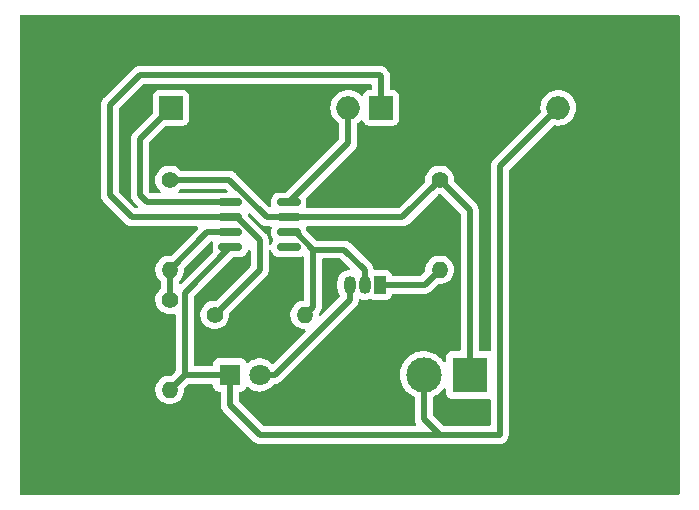
<source format=gbr>
%TF.GenerationSoftware,KiCad,Pcbnew,(6.0.4)*%
%TF.CreationDate,2022-06-10T14:34:12+05:30*%
%TF.ProjectId,saran batch,73617261-6e20-4626-9174-63682e6b6963,rev?*%
%TF.SameCoordinates,Original*%
%TF.FileFunction,Copper,L1,Top*%
%TF.FilePolarity,Positive*%
%FSLAX46Y46*%
G04 Gerber Fmt 4.6, Leading zero omitted, Abs format (unit mm)*
G04 Created by KiCad (PCBNEW (6.0.4)) date 2022-06-10 14:34:12*
%MOMM*%
%LPD*%
G01*
G04 APERTURE LIST*
G04 Aperture macros list*
%AMRoundRect*
0 Rectangle with rounded corners*
0 $1 Rounding radius*
0 $2 $3 $4 $5 $6 $7 $8 $9 X,Y pos of 4 corners*
0 Add a 4 corners polygon primitive as box body*
4,1,4,$2,$3,$4,$5,$6,$7,$8,$9,$2,$3,0*
0 Add four circle primitives for the rounded corners*
1,1,$1+$1,$2,$3*
1,1,$1+$1,$4,$5*
1,1,$1+$1,$6,$7*
1,1,$1+$1,$8,$9*
0 Add four rect primitives between the rounded corners*
20,1,$1+$1,$2,$3,$4,$5,0*
20,1,$1+$1,$4,$5,$6,$7,0*
20,1,$1+$1,$6,$7,$8,$9,0*
20,1,$1+$1,$8,$9,$2,$3,0*%
G04 Aperture macros list end*
%TA.AperFunction,SMDPad,CuDef*%
%ADD10RoundRect,0.150000X-0.825000X-0.150000X0.825000X-0.150000X0.825000X0.150000X-0.825000X0.150000X0*%
%TD*%
%TA.AperFunction,ComponentPad*%
%ADD11C,1.400000*%
%TD*%
%TA.AperFunction,ComponentPad*%
%ADD12O,1.400000X1.400000*%
%TD*%
%TA.AperFunction,ComponentPad*%
%ADD13R,1.050000X1.500000*%
%TD*%
%TA.AperFunction,ComponentPad*%
%ADD14O,1.050000X1.500000*%
%TD*%
%TA.AperFunction,ComponentPad*%
%ADD15R,3.000000X3.000000*%
%TD*%
%TA.AperFunction,ComponentPad*%
%ADD16C,3.000000*%
%TD*%
%TA.AperFunction,ComponentPad*%
%ADD17R,1.800000X1.800000*%
%TD*%
%TA.AperFunction,ComponentPad*%
%ADD18C,1.800000*%
%TD*%
%TA.AperFunction,ComponentPad*%
%ADD19R,2.000000X2.000000*%
%TD*%
%TA.AperFunction,ComponentPad*%
%ADD20O,2.000000X2.000000*%
%TD*%
%TA.AperFunction,Conductor*%
%ADD21C,0.500000*%
%TD*%
G04 APERTURE END LIST*
D10*
%TO.P,U1,1,NULL*%
%TO.N,Net-(C3-Pad1)*%
X134685000Y-89535000D03*
%TO.P,U1,2,-*%
%TO.N,Net-(C1-Pad2)*%
X134685000Y-90805000D03*
%TO.P,U1,3,+*%
%TO.N,Net-(C1-Pad1)*%
X134685000Y-92075000D03*
%TO.P,U1,4,V-*%
%TO.N,Net-(C2-Pad2)*%
X134685000Y-93345000D03*
%TO.P,U1,5,NULL*%
%TO.N,unconnected-(U1-Pad5)*%
X139635000Y-93345000D03*
%TO.P,U1,6*%
%TO.N,Net-(Q1-Pad2)*%
X139635000Y-92075000D03*
%TO.P,U1,7,V+*%
%TO.N,Net-(J1-Pad1)*%
X139635000Y-90805000D03*
%TO.P,U1,8,STRB*%
%TO.N,Net-(C3-Pad2)*%
X139635000Y-89535000D03*
%TD*%
D11*
%TO.P,R4,1*%
%TO.N,Net-(J1-Pad1)*%
X152400000Y-87630000D03*
D12*
%TO.P,R4,2*%
%TO.N,Net-(Q1-Pad1)*%
X152400000Y-95250000D03*
%TD*%
D11*
%TO.P,R3,1*%
%TO.N,Net-(C1-Pad2)*%
X133350000Y-99060000D03*
D12*
%TO.P,R3,2*%
%TO.N,Net-(Q1-Pad2)*%
X140970000Y-99060000D03*
%TD*%
D11*
%TO.P,R2,1*%
%TO.N,Net-(C1-Pad1)*%
X129540000Y-97790000D03*
D12*
%TO.P,R2,2*%
%TO.N,Net-(C2-Pad2)*%
X129540000Y-105410000D03*
%TD*%
D11*
%TO.P,R1,1*%
%TO.N,Net-(J1-Pad1)*%
X129540000Y-87630000D03*
D12*
%TO.P,R1,2*%
%TO.N,Net-(C1-Pad1)*%
X129540000Y-95250000D03*
%TD*%
D13*
%TO.P,Q1,1,C*%
%TO.N,Net-(Q1-Pad1)*%
X147320000Y-96520000D03*
D14*
%TO.P,Q1,2,B*%
%TO.N,Net-(Q1-Pad2)*%
X146050000Y-96520000D03*
%TO.P,Q1,3,E*%
%TO.N,Net-(D1-Pad2)*%
X144780000Y-96520000D03*
%TD*%
D15*
%TO.P,J1,1,Pin_1*%
%TO.N,Net-(J1-Pad1)*%
X154940000Y-104140000D03*
D16*
%TO.P,J1,2,Pin_2*%
%TO.N,Net-(C2-Pad2)*%
X151060000Y-104140000D03*
%TD*%
D17*
%TO.P,D1,1,K*%
%TO.N,Net-(C2-Pad2)*%
X134620000Y-104140000D03*
D18*
%TO.P,D1,2,A*%
%TO.N,Net-(D1-Pad2)*%
X137160000Y-104140000D03*
%TD*%
D19*
%TO.P,C3,1*%
%TO.N,Net-(C3-Pad1)*%
X129660000Y-81522500D03*
D20*
%TO.P,C3,2*%
%TO.N,Net-(C3-Pad2)*%
X144660000Y-81522500D03*
%TD*%
D19*
%TO.P,C2,1*%
%TO.N,Net-(C1-Pad2)*%
X147440000Y-81522500D03*
D20*
%TO.P,C2,2*%
%TO.N,Net-(C2-Pad2)*%
X162440000Y-81522500D03*
%TD*%
D21*
%TO.N,Net-(C2-Pad2)*%
X157480000Y-86482500D02*
X162440000Y-81522500D01*
X157480000Y-109220000D02*
X157480000Y-86482500D01*
X152400000Y-109220000D02*
X157480000Y-109220000D01*
%TO.N,Net-(C1-Pad2)*%
X147440000Y-78860000D02*
X147440000Y-81522500D01*
X127000000Y-78740000D02*
X147320000Y-78740000D01*
X124460000Y-81280000D02*
X127000000Y-78740000D01*
X124460000Y-88900000D02*
X124460000Y-81280000D01*
X126365000Y-90805000D02*
X124460000Y-88900000D01*
X147320000Y-78740000D02*
X147440000Y-78860000D01*
X134685000Y-90805000D02*
X126365000Y-90805000D01*
%TO.N,Net-(C3-Pad1)*%
X127635000Y-89535000D02*
X134685000Y-89535000D01*
X127000000Y-88900000D02*
X127635000Y-89535000D01*
X127000000Y-84182500D02*
X127000000Y-88900000D01*
X129660000Y-81522500D02*
X127000000Y-84182500D01*
%TO.N,Net-(C3-Pad2)*%
X144660000Y-84510000D02*
X144660000Y-81522500D01*
X139635000Y-89535000D02*
X144660000Y-84510000D01*
%TO.N,Net-(J1-Pad1)*%
X137777849Y-90805000D02*
X139635000Y-90805000D01*
X129540000Y-87630000D02*
X134602849Y-87630000D01*
X134602849Y-87630000D02*
X137777849Y-90805000D01*
%TO.N,Net-(C2-Pad2)*%
X130810000Y-97220000D02*
X134685000Y-93345000D01*
X130810000Y-104140000D02*
X130810000Y-97220000D01*
%TO.N,Net-(C1-Pad2)*%
X137160000Y-92727151D02*
X137160000Y-95250000D01*
X137160000Y-95250000D02*
X133350000Y-99060000D01*
X134685000Y-90805000D02*
X135237849Y-90805000D01*
X135237849Y-90805000D02*
X137160000Y-92727151D01*
%TO.N,Net-(J1-Pad1)*%
X139635000Y-90805000D02*
X149225000Y-90805000D01*
X149225000Y-90805000D02*
X152400000Y-87630000D01*
%TO.N,Net-(Q1-Pad1)*%
X151130000Y-96520000D02*
X152400000Y-95250000D01*
X147320000Y-96520000D02*
X151130000Y-96520000D01*
%TO.N,Net-(Q1-Pad2)*%
X144324520Y-93524520D02*
X146050000Y-95250000D01*
X141670000Y-93524520D02*
X144324520Y-93524520D01*
X146050000Y-95250000D02*
X146050000Y-96520000D01*
X140220480Y-92075000D02*
X139635000Y-92075000D01*
X141670000Y-93524520D02*
X140220480Y-92075000D01*
X141670000Y-98360000D02*
X141670000Y-93524520D01*
X140970000Y-99060000D02*
X141670000Y-98360000D01*
%TO.N,Net-(D1-Pad2)*%
X144780000Y-97792792D02*
X144780000Y-96520000D01*
X137160000Y-104140000D02*
X138432792Y-104140000D01*
X138432792Y-104140000D02*
X144780000Y-97792792D01*
%TO.N,Net-(C1-Pad1)*%
X132715000Y-92075000D02*
X134685000Y-92075000D01*
X129540000Y-95250000D02*
X132715000Y-92075000D01*
X129540000Y-97790000D02*
X129540000Y-95250000D01*
%TO.N,Net-(C2-Pad2)*%
X130810000Y-104140000D02*
X129540000Y-105410000D01*
X134620000Y-104140000D02*
X130810000Y-104140000D01*
X134620000Y-106680000D02*
X134620000Y-104140000D01*
X137160000Y-109220000D02*
X134620000Y-106680000D01*
X152400000Y-109220000D02*
X137160000Y-109220000D01*
X151060000Y-107880000D02*
X152400000Y-109220000D01*
X151060000Y-104140000D02*
X151060000Y-107880000D01*
%TO.N,Net-(J1-Pad1)*%
X152400000Y-87630000D02*
X154940000Y-90170000D01*
X154940000Y-90170000D02*
X154940000Y-104140000D01*
%TD*%
%TA.AperFunction,NonConductor*%
G36*
X134304599Y-88408502D02*
G01*
X134325573Y-88425405D01*
X134411573Y-88511405D01*
X134445599Y-88573717D01*
X134440534Y-88644532D01*
X134397987Y-88701368D01*
X134331467Y-88726179D01*
X134322478Y-88726500D01*
X133793498Y-88726500D01*
X133791050Y-88726693D01*
X133791042Y-88726693D01*
X133762579Y-88728933D01*
X133762574Y-88728934D01*
X133756169Y-88729438D01*
X133749993Y-88731232D01*
X133749989Y-88731233D01*
X133611398Y-88771497D01*
X133576246Y-88776500D01*
X130406364Y-88776500D01*
X130338243Y-88756498D01*
X130291750Y-88702842D01*
X130281646Y-88632568D01*
X130311140Y-88567988D01*
X130319870Y-88559395D01*
X130319776Y-88559301D01*
X130453672Y-88425405D01*
X130515984Y-88391379D01*
X130542767Y-88388500D01*
X134236478Y-88388500D01*
X134304599Y-88408502D01*
G37*
%TD.AperFunction*%
%TA.AperFunction,NonConductor*%
G36*
X146623621Y-79518502D02*
G01*
X146670114Y-79572158D01*
X146681500Y-79624500D01*
X146681500Y-79888000D01*
X146661498Y-79956121D01*
X146607842Y-80002614D01*
X146555500Y-80014000D01*
X146391866Y-80014000D01*
X146329684Y-80020755D01*
X146193295Y-80071885D01*
X146076739Y-80159239D01*
X145989385Y-80275795D01*
X145986233Y-80284203D01*
X145986232Y-80284205D01*
X145939008Y-80410175D01*
X145896367Y-80466940D01*
X145829805Y-80491640D01*
X145760456Y-80476433D01*
X145732437Y-80455420D01*
X145729969Y-80452531D01*
X145549416Y-80298324D01*
X145545208Y-80295745D01*
X145545202Y-80295741D01*
X145351183Y-80176846D01*
X145346963Y-80174260D01*
X145342393Y-80172367D01*
X145342389Y-80172365D01*
X145132167Y-80085289D01*
X145132165Y-80085288D01*
X145127594Y-80083395D01*
X145047391Y-80064140D01*
X144901524Y-80029120D01*
X144901518Y-80029119D01*
X144896711Y-80027965D01*
X144660000Y-80009335D01*
X144423289Y-80027965D01*
X144418482Y-80029119D01*
X144418476Y-80029120D01*
X144272609Y-80064140D01*
X144192406Y-80083395D01*
X144187835Y-80085288D01*
X144187833Y-80085289D01*
X143977611Y-80172365D01*
X143977607Y-80172367D01*
X143973037Y-80174260D01*
X143968817Y-80176846D01*
X143774798Y-80295741D01*
X143774792Y-80295745D01*
X143770584Y-80298324D01*
X143590031Y-80452531D01*
X143435824Y-80633084D01*
X143433245Y-80637292D01*
X143433241Y-80637298D01*
X143381647Y-80721492D01*
X143311760Y-80835537D01*
X143309867Y-80840107D01*
X143309865Y-80840111D01*
X143232528Y-81026821D01*
X143220895Y-81054906D01*
X143219740Y-81059718D01*
X143183153Y-81212115D01*
X143165465Y-81285789D01*
X143146835Y-81522500D01*
X143165465Y-81759211D01*
X143220895Y-81990094D01*
X143311760Y-82209463D01*
X143314346Y-82213683D01*
X143433241Y-82407702D01*
X143433245Y-82407708D01*
X143435824Y-82411916D01*
X143590031Y-82592469D01*
X143770584Y-82746676D01*
X143841336Y-82790033D01*
X143888967Y-82842681D01*
X143901500Y-82897465D01*
X143901500Y-84143629D01*
X143881498Y-84211750D01*
X143864595Y-84232724D01*
X139407724Y-88689595D01*
X139345412Y-88723621D01*
X139318629Y-88726500D01*
X138743498Y-88726500D01*
X138741050Y-88726693D01*
X138741042Y-88726693D01*
X138712579Y-88728933D01*
X138712574Y-88728934D01*
X138706169Y-88729438D01*
X138613027Y-88756498D01*
X138554012Y-88773643D01*
X138554010Y-88773644D01*
X138546399Y-88775855D01*
X138539572Y-88779892D01*
X138539573Y-88779892D01*
X138410020Y-88856509D01*
X138410017Y-88856511D01*
X138403193Y-88860547D01*
X138285547Y-88978193D01*
X138281511Y-88985017D01*
X138281509Y-88985020D01*
X138217893Y-89092589D01*
X138200855Y-89121399D01*
X138198644Y-89129010D01*
X138198643Y-89129012D01*
X138189118Y-89161799D01*
X138154438Y-89281169D01*
X138153934Y-89287574D01*
X138153933Y-89287579D01*
X138152577Y-89304812D01*
X138151500Y-89318498D01*
X138151500Y-89751502D01*
X138151693Y-89753950D01*
X138151693Y-89753958D01*
X138152578Y-89765195D01*
X138154115Y-89784727D01*
X138154438Y-89788831D01*
X138153676Y-89788891D01*
X138146768Y-89854497D01*
X138102341Y-89909876D01*
X138035027Y-89932444D01*
X137966197Y-89915036D01*
X137941159Y-89895629D01*
X135186619Y-87141089D01*
X135174233Y-87126677D01*
X135165700Y-87115082D01*
X135165695Y-87115077D01*
X135161357Y-87109182D01*
X135155779Y-87104443D01*
X135155776Y-87104440D01*
X135121081Y-87074965D01*
X135113565Y-87068035D01*
X135107870Y-87062340D01*
X135101729Y-87057482D01*
X135085598Y-87044719D01*
X135082194Y-87041928D01*
X135032146Y-86999409D01*
X135032144Y-86999408D01*
X135026564Y-86994667D01*
X135020048Y-86991339D01*
X135014999Y-86987972D01*
X135009870Y-86984805D01*
X135004133Y-86980266D01*
X134937974Y-86949345D01*
X134934074Y-86947439D01*
X134869041Y-86914231D01*
X134861933Y-86912492D01*
X134856290Y-86910393D01*
X134850527Y-86908476D01*
X134843899Y-86905378D01*
X134772432Y-86890513D01*
X134768148Y-86889543D01*
X134697239Y-86872192D01*
X134691637Y-86871844D01*
X134691634Y-86871844D01*
X134686085Y-86871500D01*
X134686087Y-86871464D01*
X134682094Y-86871225D01*
X134677902Y-86870851D01*
X134670734Y-86869360D01*
X134604524Y-86871151D01*
X134593328Y-86871454D01*
X134589921Y-86871500D01*
X130542767Y-86871500D01*
X130474646Y-86851498D01*
X130453672Y-86834595D01*
X130319776Y-86700699D01*
X130146558Y-86579411D01*
X130141580Y-86577090D01*
X130141577Y-86577088D01*
X129959892Y-86492367D01*
X129959891Y-86492366D01*
X129954910Y-86490044D01*
X129949602Y-86488622D01*
X129949600Y-86488621D01*
X129755970Y-86436738D01*
X129755968Y-86436738D01*
X129750655Y-86435314D01*
X129540000Y-86416884D01*
X129329345Y-86435314D01*
X129324032Y-86436738D01*
X129324030Y-86436738D01*
X129130400Y-86488621D01*
X129130398Y-86488622D01*
X129125090Y-86490044D01*
X129120109Y-86492366D01*
X129120108Y-86492367D01*
X128938423Y-86577088D01*
X128938420Y-86577090D01*
X128933442Y-86579411D01*
X128760224Y-86700699D01*
X128610699Y-86850224D01*
X128489411Y-87023442D01*
X128487090Y-87028420D01*
X128487088Y-87028423D01*
X128437696Y-87134345D01*
X128400044Y-87215090D01*
X128345314Y-87419345D01*
X128326884Y-87630000D01*
X128345314Y-87840655D01*
X128400044Y-88044910D01*
X128489411Y-88236558D01*
X128610699Y-88409776D01*
X128760224Y-88559301D01*
X128758991Y-88560534D01*
X128793957Y-88613099D01*
X128795077Y-88684086D01*
X128757641Y-88744411D01*
X128693533Y-88774919D01*
X128673636Y-88776500D01*
X128001371Y-88776500D01*
X127933250Y-88756498D01*
X127912276Y-88739595D01*
X127795405Y-88622724D01*
X127761379Y-88560412D01*
X127758500Y-88533629D01*
X127758500Y-84548871D01*
X127778502Y-84480750D01*
X127795405Y-84459776D01*
X129187276Y-83067905D01*
X129249588Y-83033879D01*
X129276371Y-83031000D01*
X130708134Y-83031000D01*
X130770316Y-83024245D01*
X130906705Y-82973115D01*
X131023261Y-82885761D01*
X131110615Y-82769205D01*
X131161745Y-82632816D01*
X131168500Y-82570634D01*
X131168500Y-80474366D01*
X131161745Y-80412184D01*
X131110615Y-80275795D01*
X131023261Y-80159239D01*
X130906705Y-80071885D01*
X130770316Y-80020755D01*
X130708134Y-80014000D01*
X128611866Y-80014000D01*
X128549684Y-80020755D01*
X128413295Y-80071885D01*
X128296739Y-80159239D01*
X128209385Y-80275795D01*
X128158255Y-80412184D01*
X128151500Y-80474366D01*
X128151500Y-81906129D01*
X128131498Y-81974250D01*
X128114595Y-81995224D01*
X126511089Y-83598730D01*
X126496677Y-83611116D01*
X126485082Y-83619649D01*
X126485077Y-83619654D01*
X126479182Y-83623992D01*
X126474443Y-83629570D01*
X126474440Y-83629573D01*
X126444965Y-83664268D01*
X126438035Y-83671784D01*
X126432340Y-83677479D01*
X126430060Y-83680361D01*
X126414719Y-83699751D01*
X126411928Y-83703155D01*
X126369409Y-83753203D01*
X126364667Y-83758785D01*
X126361339Y-83765301D01*
X126357972Y-83770350D01*
X126354805Y-83775479D01*
X126350266Y-83781216D01*
X126319345Y-83847375D01*
X126317442Y-83851269D01*
X126284231Y-83916308D01*
X126282492Y-83923416D01*
X126280393Y-83929059D01*
X126278476Y-83934822D01*
X126275378Y-83941450D01*
X126273888Y-83948612D01*
X126273888Y-83948613D01*
X126260514Y-84012912D01*
X126259544Y-84017196D01*
X126242192Y-84088110D01*
X126241500Y-84099264D01*
X126241464Y-84099262D01*
X126241225Y-84103255D01*
X126240851Y-84107447D01*
X126239360Y-84114615D01*
X126239558Y-84121932D01*
X126241454Y-84192021D01*
X126241500Y-84195428D01*
X126241500Y-88832930D01*
X126240067Y-88851880D01*
X126238749Y-88860547D01*
X126236801Y-88873349D01*
X126237394Y-88880641D01*
X126237394Y-88880644D01*
X126241085Y-88926018D01*
X126241500Y-88936233D01*
X126241500Y-88944293D01*
X126241925Y-88947937D01*
X126244789Y-88972507D01*
X126245222Y-88976882D01*
X126251140Y-89049637D01*
X126253396Y-89056601D01*
X126254587Y-89062560D01*
X126255971Y-89068415D01*
X126256818Y-89075681D01*
X126281735Y-89144327D01*
X126283152Y-89148455D01*
X126305649Y-89217899D01*
X126309445Y-89224154D01*
X126311951Y-89229628D01*
X126314670Y-89235058D01*
X126317167Y-89241937D01*
X126321180Y-89248057D01*
X126321180Y-89248058D01*
X126357186Y-89302976D01*
X126359523Y-89306680D01*
X126397405Y-89369107D01*
X126401121Y-89373315D01*
X126401122Y-89373316D01*
X126404803Y-89377484D01*
X126404776Y-89377508D01*
X126407429Y-89380500D01*
X126410132Y-89383733D01*
X126414144Y-89389852D01*
X126419456Y-89394884D01*
X126470383Y-89443128D01*
X126472825Y-89445506D01*
X126858724Y-89831405D01*
X126892750Y-89893717D01*
X126887685Y-89964532D01*
X126845138Y-90021368D01*
X126778618Y-90046179D01*
X126769629Y-90046500D01*
X126731371Y-90046500D01*
X126663250Y-90026498D01*
X126642276Y-90009595D01*
X125255405Y-88622724D01*
X125221379Y-88560412D01*
X125218500Y-88533629D01*
X125218500Y-81646371D01*
X125238502Y-81578250D01*
X125255405Y-81557276D01*
X127277276Y-79535405D01*
X127339588Y-79501379D01*
X127366371Y-79498500D01*
X146555500Y-79498500D01*
X146623621Y-79518502D01*
G37*
%TD.AperFunction*%
%TA.AperFunction,NonConductor*%
G36*
X136368351Y-90470180D02*
G01*
X136382654Y-90482486D01*
X137194079Y-91293911D01*
X137206465Y-91308323D01*
X137214998Y-91319918D01*
X137215003Y-91319923D01*
X137219341Y-91325818D01*
X137224919Y-91330557D01*
X137224922Y-91330560D01*
X137259617Y-91360035D01*
X137267133Y-91366965D01*
X137272828Y-91372660D01*
X137275710Y-91374940D01*
X137295100Y-91390281D01*
X137298504Y-91393072D01*
X137348552Y-91435591D01*
X137354134Y-91440333D01*
X137360650Y-91443661D01*
X137365699Y-91447028D01*
X137370828Y-91450195D01*
X137376565Y-91454734D01*
X137442724Y-91485655D01*
X137446618Y-91487558D01*
X137511657Y-91520769D01*
X137518765Y-91522508D01*
X137524408Y-91524607D01*
X137530171Y-91526524D01*
X137536799Y-91529622D01*
X137543961Y-91531112D01*
X137543962Y-91531112D01*
X137608261Y-91544486D01*
X137612545Y-91545456D01*
X137683459Y-91562808D01*
X137689061Y-91563156D01*
X137689064Y-91563156D01*
X137694613Y-91563500D01*
X137694611Y-91563536D01*
X137698604Y-91563775D01*
X137702796Y-91564149D01*
X137709964Y-91565640D01*
X137787369Y-91563546D01*
X137790777Y-91563500D01*
X138061481Y-91563500D01*
X138129602Y-91583502D01*
X138176095Y-91637158D01*
X138186199Y-91707432D01*
X138182478Y-91724652D01*
X138156233Y-91814989D01*
X138154438Y-91821169D01*
X138151500Y-91858498D01*
X138151500Y-92291502D01*
X138151693Y-92293950D01*
X138151693Y-92293958D01*
X138153779Y-92320456D01*
X138154438Y-92328831D01*
X138200855Y-92488601D01*
X138285547Y-92631807D01*
X138288229Y-92634489D01*
X138313502Y-92698861D01*
X138299600Y-92768484D01*
X138289428Y-92784312D01*
X138285547Y-92788193D01*
X138200855Y-92931399D01*
X138198644Y-92939010D01*
X138198643Y-92939012D01*
X138165497Y-93053103D01*
X138127284Y-93112938D01*
X138062788Y-93142616D01*
X137992486Y-93132713D01*
X137938697Y-93086373D01*
X137918500Y-93017950D01*
X137918500Y-92794221D01*
X137919933Y-92775271D01*
X137922099Y-92761036D01*
X137922099Y-92761032D01*
X137923199Y-92753802D01*
X137918915Y-92701133D01*
X137918500Y-92690918D01*
X137918500Y-92682858D01*
X137915211Y-92654644D01*
X137914778Y-92650269D01*
X137909454Y-92584812D01*
X137909453Y-92584809D01*
X137908860Y-92577514D01*
X137906604Y-92570550D01*
X137905413Y-92564591D01*
X137904029Y-92558736D01*
X137903182Y-92551470D01*
X137878265Y-92482824D01*
X137876848Y-92478696D01*
X137856607Y-92416215D01*
X137856606Y-92416213D01*
X137854351Y-92409252D01*
X137850555Y-92402997D01*
X137848049Y-92397523D01*
X137845330Y-92392093D01*
X137842833Y-92385214D01*
X137809916Y-92335008D01*
X137802814Y-92324175D01*
X137800467Y-92320456D01*
X137762595Y-92258044D01*
X137755197Y-92249667D01*
X137755224Y-92249643D01*
X137752571Y-92246651D01*
X137749868Y-92243418D01*
X137745856Y-92237299D01*
X137689617Y-92184023D01*
X137687175Y-92181645D01*
X136205405Y-90699875D01*
X136171379Y-90637563D01*
X136168500Y-90610780D01*
X136168500Y-90588498D01*
X136168307Y-90586040D01*
X136168306Y-90586026D01*
X136167947Y-90581461D01*
X136182546Y-90511981D01*
X136232391Y-90461424D01*
X136301656Y-90445841D01*
X136368351Y-90470180D01*
G37*
%TD.AperFunction*%
%TA.AperFunction,NonConductor*%
G36*
X133179602Y-92853502D02*
G01*
X133226095Y-92907158D01*
X133236199Y-92977432D01*
X133232478Y-92994652D01*
X133215497Y-93053103D01*
X133204438Y-93091169D01*
X133203934Y-93097574D01*
X133203933Y-93097579D01*
X133201693Y-93126042D01*
X133201500Y-93128498D01*
X133201500Y-93561502D01*
X133201693Y-93563950D01*
X133201693Y-93563958D01*
X133202725Y-93577062D01*
X133204438Y-93598831D01*
X133206231Y-93605003D01*
X133206232Y-93605008D01*
X133218329Y-93646644D01*
X133218126Y-93717640D01*
X133186427Y-93770892D01*
X130513595Y-96443724D01*
X130451283Y-96477750D01*
X130380468Y-96472685D01*
X130323632Y-96430138D01*
X130298821Y-96363618D01*
X130298500Y-96354629D01*
X130298500Y-96252767D01*
X130318502Y-96184646D01*
X130335405Y-96163672D01*
X130469301Y-96029776D01*
X130590589Y-95856558D01*
X130601216Y-95833770D01*
X130677633Y-95669892D01*
X130677634Y-95669891D01*
X130679956Y-95664910D01*
X130701321Y-95585177D01*
X130733262Y-95465970D01*
X130733262Y-95465968D01*
X130734686Y-95460655D01*
X130753116Y-95250000D01*
X130752232Y-95239891D01*
X130746939Y-95179392D01*
X130760929Y-95109787D01*
X130783365Y-95079316D01*
X132992276Y-92870405D01*
X133054588Y-92836379D01*
X133081371Y-92833500D01*
X133111481Y-92833500D01*
X133179602Y-92853502D01*
G37*
%TD.AperFunction*%
%TA.AperFunction,NonConductor*%
G36*
X144026270Y-94303022D02*
G01*
X144047244Y-94319925D01*
X144777247Y-95049928D01*
X144811273Y-95112240D01*
X144806208Y-95183055D01*
X144763661Y-95239891D01*
X144699573Y-95264503D01*
X144635204Y-95270362D01*
X144591543Y-95274335D01*
X144591540Y-95274336D01*
X144585404Y-95274894D01*
X144579498Y-95276632D01*
X144579494Y-95276633D01*
X144464181Y-95310572D01*
X144390971Y-95332119D01*
X144385514Y-95334972D01*
X144385511Y-95334973D01*
X144301163Y-95379069D01*
X144211355Y-95426019D01*
X144053399Y-95553019D01*
X143923119Y-95708281D01*
X143920155Y-95713673D01*
X143920152Y-95713677D01*
X143865631Y-95812851D01*
X143825477Y-95885891D01*
X143764193Y-96079084D01*
X143746500Y-96236817D01*
X143746500Y-96796004D01*
X143761277Y-96946713D01*
X143819858Y-97140742D01*
X143915010Y-97319698D01*
X143918906Y-97324475D01*
X143962276Y-97377651D01*
X143989831Y-97443083D01*
X143977636Y-97513024D01*
X143953729Y-97546383D01*
X142394857Y-99105254D01*
X142332545Y-99139280D01*
X142261729Y-99134215D01*
X142204894Y-99091668D01*
X142180241Y-99027140D01*
X142178098Y-99002637D01*
X142177200Y-98992378D01*
X142191190Y-98922773D01*
X142206697Y-98899817D01*
X142225036Y-98878231D01*
X142231965Y-98870716D01*
X142237660Y-98865021D01*
X142255281Y-98842749D01*
X142258072Y-98839345D01*
X142300591Y-98789297D01*
X142300592Y-98789295D01*
X142305333Y-98783715D01*
X142308661Y-98777199D01*
X142312020Y-98772162D01*
X142315194Y-98767023D01*
X142319734Y-98761284D01*
X142350636Y-98695163D01*
X142352569Y-98691209D01*
X142376119Y-98645090D01*
X142385769Y-98626192D01*
X142387510Y-98619076D01*
X142389604Y-98613446D01*
X142391523Y-98607679D01*
X142394621Y-98601050D01*
X142409483Y-98529600D01*
X142410453Y-98525315D01*
X142426473Y-98459844D01*
X142427808Y-98454390D01*
X142428500Y-98443236D01*
X142428536Y-98443238D01*
X142428775Y-98439248D01*
X142429150Y-98435050D01*
X142430640Y-98427885D01*
X142428546Y-98350496D01*
X142428500Y-98347088D01*
X142428500Y-94409020D01*
X142448502Y-94340899D01*
X142502158Y-94294406D01*
X142554500Y-94283020D01*
X143958149Y-94283020D01*
X144026270Y-94303022D01*
G37*
%TD.AperFunction*%
%TA.AperFunction,NonConductor*%
G36*
X138127012Y-93576826D02*
G01*
X138165497Y-93636897D01*
X138200855Y-93758601D01*
X138204892Y-93765427D01*
X138281509Y-93894980D01*
X138281511Y-93894983D01*
X138285547Y-93901807D01*
X138403193Y-94019453D01*
X138410017Y-94023489D01*
X138410020Y-94023491D01*
X138463830Y-94055314D01*
X138546399Y-94104145D01*
X138554010Y-94106356D01*
X138554012Y-94106357D01*
X138601000Y-94120008D01*
X138706169Y-94150562D01*
X138712574Y-94151066D01*
X138712579Y-94151067D01*
X138741042Y-94153307D01*
X138741050Y-94153307D01*
X138743498Y-94153500D01*
X140526502Y-94153500D01*
X140528950Y-94153307D01*
X140528958Y-94153307D01*
X140557421Y-94151067D01*
X140557426Y-94151066D01*
X140563831Y-94150562D01*
X140669000Y-94120008D01*
X140715985Y-94106358D01*
X140715988Y-94106357D01*
X140723601Y-94104145D01*
X140730431Y-94100106D01*
X140735456Y-94097931D01*
X140805917Y-94089232D01*
X140869897Y-94120008D01*
X140907081Y-94180489D01*
X140911500Y-94213567D01*
X140911500Y-97736544D01*
X140891498Y-97804665D01*
X140837842Y-97851158D01*
X140796481Y-97862065D01*
X140764826Y-97864834D01*
X140764821Y-97864835D01*
X140759345Y-97865314D01*
X140754032Y-97866738D01*
X140754030Y-97866738D01*
X140560400Y-97918621D01*
X140560398Y-97918622D01*
X140555090Y-97920044D01*
X140550109Y-97922366D01*
X140550108Y-97922367D01*
X140368423Y-98007088D01*
X140368420Y-98007090D01*
X140363442Y-98009411D01*
X140190224Y-98130699D01*
X140040699Y-98280224D01*
X139919411Y-98453442D01*
X139917090Y-98458420D01*
X139917088Y-98458423D01*
X139863347Y-98573671D01*
X139830044Y-98645090D01*
X139828622Y-98650398D01*
X139828621Y-98650400D01*
X139777993Y-98839345D01*
X139775314Y-98849345D01*
X139756884Y-99060000D01*
X139775314Y-99270655D01*
X139776738Y-99275968D01*
X139776738Y-99275970D01*
X139799022Y-99359133D01*
X139830044Y-99474910D01*
X139919411Y-99666558D01*
X140040699Y-99839776D01*
X140190224Y-99989301D01*
X140363442Y-100110589D01*
X140368420Y-100112910D01*
X140368423Y-100112912D01*
X140550108Y-100197633D01*
X140555090Y-100199956D01*
X140560398Y-100201378D01*
X140560400Y-100201379D01*
X140754030Y-100253262D01*
X140754032Y-100253262D01*
X140759345Y-100254686D01*
X140937142Y-100270241D01*
X141003259Y-100296104D01*
X141044898Y-100353608D01*
X141048839Y-100424495D01*
X141015254Y-100484857D01*
X138345853Y-103154258D01*
X138283541Y-103188284D01*
X138212726Y-103183219D01*
X138163565Y-103149963D01*
X138145112Y-103129684D01*
X138123887Y-103106358D01*
X138119836Y-103103159D01*
X138119832Y-103103155D01*
X137946177Y-102966011D01*
X137946172Y-102966008D01*
X137942123Y-102962810D01*
X137937607Y-102960317D01*
X137937604Y-102960315D01*
X137743879Y-102853373D01*
X137743875Y-102853371D01*
X137739355Y-102850876D01*
X137734486Y-102849152D01*
X137734482Y-102849150D01*
X137525903Y-102775288D01*
X137525899Y-102775287D01*
X137521028Y-102773562D01*
X137515935Y-102772655D01*
X137515932Y-102772654D01*
X137298095Y-102733851D01*
X137298089Y-102733850D01*
X137293006Y-102732945D01*
X137220096Y-102732054D01*
X137066581Y-102730179D01*
X137066579Y-102730179D01*
X137061411Y-102730116D01*
X136832464Y-102765150D01*
X136612314Y-102837106D01*
X136607726Y-102839494D01*
X136607722Y-102839496D01*
X136469594Y-102911401D01*
X136406872Y-102944052D01*
X136402739Y-102947155D01*
X136402736Y-102947157D01*
X136226957Y-103079136D01*
X136221655Y-103083117D01*
X136208281Y-103097112D01*
X136204170Y-103101414D01*
X136142646Y-103136844D01*
X136071733Y-103133387D01*
X136013947Y-103092141D01*
X135995094Y-103058592D01*
X135973768Y-103001705D01*
X135973767Y-103001703D01*
X135970615Y-102993295D01*
X135883261Y-102876739D01*
X135766705Y-102789385D01*
X135630316Y-102738255D01*
X135568134Y-102731500D01*
X133671866Y-102731500D01*
X133609684Y-102738255D01*
X133473295Y-102789385D01*
X133356739Y-102876739D01*
X133269385Y-102993295D01*
X133218255Y-103129684D01*
X133211500Y-103191866D01*
X133211500Y-103255500D01*
X133191498Y-103323621D01*
X133137842Y-103370114D01*
X133085500Y-103381500D01*
X131694500Y-103381500D01*
X131626379Y-103361498D01*
X131579886Y-103307842D01*
X131568500Y-103255500D01*
X131568500Y-97586371D01*
X131588502Y-97518250D01*
X131605405Y-97497276D01*
X134912276Y-94190405D01*
X134974588Y-94156379D01*
X135001371Y-94153500D01*
X135576502Y-94153500D01*
X135578950Y-94153307D01*
X135578958Y-94153307D01*
X135607421Y-94151067D01*
X135607426Y-94151066D01*
X135613831Y-94150562D01*
X135719000Y-94120008D01*
X135765988Y-94106357D01*
X135765990Y-94106356D01*
X135773601Y-94104145D01*
X135856170Y-94055314D01*
X135909980Y-94023491D01*
X135909983Y-94023489D01*
X135916807Y-94019453D01*
X136034453Y-93901807D01*
X136038489Y-93894983D01*
X136038491Y-93894980D01*
X136115108Y-93765427D01*
X136119145Y-93758601D01*
X136154503Y-93636897D01*
X136192716Y-93577062D01*
X136257212Y-93547384D01*
X136327514Y-93557287D01*
X136381303Y-93603627D01*
X136401500Y-93672050D01*
X136401500Y-94883629D01*
X136381498Y-94951750D01*
X136364595Y-94972724D01*
X133520684Y-97816635D01*
X133458372Y-97850661D01*
X133420608Y-97853061D01*
X133355476Y-97847363D01*
X133355475Y-97847363D01*
X133350000Y-97846884D01*
X133139345Y-97865314D01*
X133134032Y-97866738D01*
X133134030Y-97866738D01*
X132940400Y-97918621D01*
X132940398Y-97918622D01*
X132935090Y-97920044D01*
X132930109Y-97922366D01*
X132930108Y-97922367D01*
X132748423Y-98007088D01*
X132748420Y-98007090D01*
X132743442Y-98009411D01*
X132570224Y-98130699D01*
X132420699Y-98280224D01*
X132299411Y-98453442D01*
X132297090Y-98458420D01*
X132297088Y-98458423D01*
X132243347Y-98573671D01*
X132210044Y-98645090D01*
X132208622Y-98650398D01*
X132208621Y-98650400D01*
X132157993Y-98839345D01*
X132155314Y-98849345D01*
X132136884Y-99060000D01*
X132155314Y-99270655D01*
X132156738Y-99275968D01*
X132156738Y-99275970D01*
X132179022Y-99359133D01*
X132210044Y-99474910D01*
X132299411Y-99666558D01*
X132420699Y-99839776D01*
X132570224Y-99989301D01*
X132743442Y-100110589D01*
X132748420Y-100112910D01*
X132748423Y-100112912D01*
X132930108Y-100197633D01*
X132935090Y-100199956D01*
X132940398Y-100201378D01*
X132940400Y-100201379D01*
X133134030Y-100253262D01*
X133134032Y-100253262D01*
X133139345Y-100254686D01*
X133350000Y-100273116D01*
X133560655Y-100254686D01*
X133565968Y-100253262D01*
X133565970Y-100253262D01*
X133759600Y-100201379D01*
X133759602Y-100201378D01*
X133764910Y-100199956D01*
X133769892Y-100197633D01*
X133951577Y-100112912D01*
X133951580Y-100112910D01*
X133956558Y-100110589D01*
X134129776Y-99989301D01*
X134279301Y-99839776D01*
X134400589Y-99666558D01*
X134489956Y-99474910D01*
X134520979Y-99359133D01*
X134543262Y-99275970D01*
X134543262Y-99275968D01*
X134544686Y-99270655D01*
X134563116Y-99060000D01*
X134560241Y-99027140D01*
X134556939Y-98989392D01*
X134570929Y-98919787D01*
X134593365Y-98889316D01*
X137648911Y-95833770D01*
X137663323Y-95821384D01*
X137674918Y-95812851D01*
X137674923Y-95812846D01*
X137680818Y-95808508D01*
X137685557Y-95802930D01*
X137685560Y-95802927D01*
X137715035Y-95768232D01*
X137721965Y-95760716D01*
X137727661Y-95755020D01*
X137729924Y-95752159D01*
X137729929Y-95752154D01*
X137745293Y-95732734D01*
X137748082Y-95729333D01*
X137754426Y-95721866D01*
X137795333Y-95673715D01*
X137798659Y-95667202D01*
X137802020Y-95662163D01*
X137805196Y-95657021D01*
X137809734Y-95651284D01*
X137840655Y-95585125D01*
X137842561Y-95581225D01*
X137856964Y-95553019D01*
X137875769Y-95516192D01*
X137877508Y-95509083D01*
X137879604Y-95503449D01*
X137881523Y-95497679D01*
X137884622Y-95491050D01*
X137890945Y-95460655D01*
X137898149Y-95426019D01*
X137899491Y-95419565D01*
X137900461Y-95415282D01*
X137900795Y-95413919D01*
X137917808Y-95344390D01*
X137918500Y-95333236D01*
X137918535Y-95333238D01*
X137918775Y-95329266D01*
X137919152Y-95325045D01*
X137920641Y-95317885D01*
X137918546Y-95240458D01*
X137918500Y-95237050D01*
X137918500Y-93672050D01*
X137938502Y-93603929D01*
X137992158Y-93557436D01*
X138062432Y-93547332D01*
X138127012Y-93576826D01*
G37*
%TD.AperFunction*%
%TA.AperFunction,NonConductor*%
G36*
X152540213Y-88850929D02*
G01*
X152570684Y-88873365D01*
X154144595Y-90447276D01*
X154178621Y-90509588D01*
X154181500Y-90536371D01*
X154181500Y-102005500D01*
X154161498Y-102073621D01*
X154107842Y-102120114D01*
X154055500Y-102131500D01*
X153391866Y-102131500D01*
X153329684Y-102138255D01*
X153193295Y-102189385D01*
X153076739Y-102276739D01*
X152989385Y-102393295D01*
X152938255Y-102529684D01*
X152931500Y-102591866D01*
X152931500Y-102911401D01*
X152911498Y-102979522D01*
X152857842Y-103026015D01*
X152787568Y-103036119D01*
X152722988Y-103006625D01*
X152702413Y-102983852D01*
X152672762Y-102941663D01*
X152624545Y-102873057D01*
X152501857Y-102741029D01*
X152441046Y-102675588D01*
X152441043Y-102675585D01*
X152438125Y-102672445D01*
X152434810Y-102669731D01*
X152434806Y-102669728D01*
X152273304Y-102537540D01*
X152226205Y-102498990D01*
X151992704Y-102355901D01*
X151988768Y-102354173D01*
X151745873Y-102247549D01*
X151745869Y-102247548D01*
X151741945Y-102245825D01*
X151478566Y-102170800D01*
X151474324Y-102170196D01*
X151474318Y-102170195D01*
X151269387Y-102141029D01*
X151207443Y-102132213D01*
X151063589Y-102131460D01*
X150937877Y-102130802D01*
X150937871Y-102130802D01*
X150933591Y-102130780D01*
X150929347Y-102131339D01*
X150929343Y-102131339D01*
X150822927Y-102145349D01*
X150662078Y-102166525D01*
X150657938Y-102167658D01*
X150657936Y-102167658D01*
X150590037Y-102186233D01*
X150397928Y-102238788D01*
X150393980Y-102240472D01*
X150149982Y-102344546D01*
X150149978Y-102344548D01*
X150146030Y-102346232D01*
X150126125Y-102358145D01*
X149914725Y-102484664D01*
X149914721Y-102484667D01*
X149911043Y-102486868D01*
X149697318Y-102658094D01*
X149621248Y-102738255D01*
X149514375Y-102850876D01*
X149508808Y-102856742D01*
X149349002Y-103079136D01*
X149220857Y-103321161D01*
X149219385Y-103325184D01*
X149219383Y-103325188D01*
X149198776Y-103381500D01*
X149126743Y-103578337D01*
X149068404Y-103845907D01*
X149046917Y-104118918D01*
X149062682Y-104392320D01*
X149063507Y-104396525D01*
X149063508Y-104396533D01*
X149079401Y-104477540D01*
X149115405Y-104661053D01*
X149116792Y-104665103D01*
X149116793Y-104665108D01*
X149197687Y-104901379D01*
X149204112Y-104920144D01*
X149221681Y-104955076D01*
X149314544Y-105139714D01*
X149327160Y-105164799D01*
X149329586Y-105168328D01*
X149329589Y-105168334D01*
X149467736Y-105369337D01*
X149482274Y-105390490D01*
X149485161Y-105393663D01*
X149485162Y-105393664D01*
X149663692Y-105589867D01*
X149666582Y-105593043D01*
X149876675Y-105768707D01*
X149880316Y-105770991D01*
X150105024Y-105911951D01*
X150105028Y-105911953D01*
X150108664Y-105914234D01*
X150227352Y-105967824D01*
X150281205Y-106014086D01*
X150301500Y-106082660D01*
X150301500Y-107812930D01*
X150300067Y-107831880D01*
X150296801Y-107853349D01*
X150297394Y-107860641D01*
X150297394Y-107860644D01*
X150301085Y-107906018D01*
X150301500Y-107916233D01*
X150301500Y-107924293D01*
X150301925Y-107927937D01*
X150304789Y-107952507D01*
X150305222Y-107956882D01*
X150311140Y-108029637D01*
X150313396Y-108036601D01*
X150314587Y-108042560D01*
X150315971Y-108048415D01*
X150316818Y-108055681D01*
X150341735Y-108124327D01*
X150343152Y-108128455D01*
X150365649Y-108197899D01*
X150369445Y-108204154D01*
X150371951Y-108209628D01*
X150374670Y-108215058D01*
X150377167Y-108221937D01*
X150381180Y-108228057D01*
X150381180Y-108228058D01*
X150406328Y-108266415D01*
X150426951Y-108334351D01*
X150407571Y-108402651D01*
X150354342Y-108449631D01*
X150300956Y-108461500D01*
X137526371Y-108461500D01*
X137458250Y-108441498D01*
X137437276Y-108424595D01*
X135415405Y-106402724D01*
X135381379Y-106340412D01*
X135378500Y-106313629D01*
X135378500Y-105674500D01*
X135398502Y-105606379D01*
X135452158Y-105559886D01*
X135504500Y-105548500D01*
X135568134Y-105548500D01*
X135630316Y-105541745D01*
X135766705Y-105490615D01*
X135883261Y-105403261D01*
X135970615Y-105286705D01*
X135995180Y-105221178D01*
X136037822Y-105164414D01*
X136104383Y-105139714D01*
X136173732Y-105154921D01*
X136193647Y-105168464D01*
X136336069Y-105286705D01*
X136349349Y-105297730D01*
X136549322Y-105414584D01*
X136765694Y-105497209D01*
X136770760Y-105498240D01*
X136770761Y-105498240D01*
X136823846Y-105509040D01*
X136992656Y-105543385D01*
X137122089Y-105548131D01*
X137218949Y-105551683D01*
X137218953Y-105551683D01*
X137224113Y-105551872D01*
X137229233Y-105551216D01*
X137229235Y-105551216D01*
X137303166Y-105541745D01*
X137453847Y-105522442D01*
X137458795Y-105520957D01*
X137458802Y-105520956D01*
X137670747Y-105457369D01*
X137675690Y-105455886D01*
X137709279Y-105439431D01*
X137879049Y-105356262D01*
X137879052Y-105356260D01*
X137883684Y-105353991D01*
X138072243Y-105219494D01*
X138236303Y-105056005D01*
X138308828Y-104955076D01*
X138364822Y-104911428D01*
X138406229Y-104904287D01*
X138406141Y-104903199D01*
X138458810Y-104898915D01*
X138469025Y-104898500D01*
X138477085Y-104898500D01*
X138490375Y-104896951D01*
X138505299Y-104895211D01*
X138509674Y-104894778D01*
X138575131Y-104889454D01*
X138575134Y-104889453D01*
X138582429Y-104888860D01*
X138589393Y-104886604D01*
X138595352Y-104885413D01*
X138601207Y-104884029D01*
X138608473Y-104883182D01*
X138677119Y-104858265D01*
X138681247Y-104856848D01*
X138743728Y-104836607D01*
X138743730Y-104836606D01*
X138750691Y-104834351D01*
X138756946Y-104830555D01*
X138762420Y-104828049D01*
X138767850Y-104825330D01*
X138774729Y-104822833D01*
X138835768Y-104782814D01*
X138839472Y-104780477D01*
X138901899Y-104742595D01*
X138910276Y-104735197D01*
X138910300Y-104735224D01*
X138913292Y-104732571D01*
X138916525Y-104729868D01*
X138922644Y-104725856D01*
X138975920Y-104669617D01*
X138978298Y-104667175D01*
X145268911Y-98376562D01*
X145283323Y-98364176D01*
X145294918Y-98355643D01*
X145294923Y-98355638D01*
X145300818Y-98351300D01*
X145305557Y-98345722D01*
X145305560Y-98345719D01*
X145335035Y-98311024D01*
X145341965Y-98303508D01*
X145347661Y-98297812D01*
X145349924Y-98294951D01*
X145349929Y-98294946D01*
X145365285Y-98275536D01*
X145368074Y-98272134D01*
X145410596Y-98222083D01*
X145410597Y-98222082D01*
X145415333Y-98216507D01*
X145418661Y-98209990D01*
X145422027Y-98204942D01*
X145425190Y-98199820D01*
X145429735Y-98194076D01*
X145460664Y-98127897D01*
X145462563Y-98124013D01*
X145495769Y-98058984D01*
X145497510Y-98051869D01*
X145499613Y-98046214D01*
X145501522Y-98040475D01*
X145504622Y-98033842D01*
X145519491Y-97962357D01*
X145520461Y-97958074D01*
X145537808Y-97887182D01*
X145538500Y-97876028D01*
X145538535Y-97876030D01*
X145538775Y-97872058D01*
X145539152Y-97867838D01*
X145540641Y-97860677D01*
X145540174Y-97843407D01*
X145558327Y-97774771D01*
X145610706Y-97726844D01*
X145680681Y-97714844D01*
X145703387Y-97719636D01*
X145835293Y-97760468D01*
X145835296Y-97760469D01*
X145841180Y-97762290D01*
X145847305Y-97762934D01*
X145847306Y-97762934D01*
X146036622Y-97782832D01*
X146036623Y-97782832D01*
X146042750Y-97783476D01*
X146138399Y-97774771D01*
X146238457Y-97765665D01*
X146238460Y-97765664D01*
X146244596Y-97765106D01*
X146250502Y-97763368D01*
X146250506Y-97763367D01*
X146433121Y-97709620D01*
X146433123Y-97709619D01*
X146436111Y-97708740D01*
X146439029Y-97707881D01*
X146439282Y-97708740D01*
X146504662Y-97702286D01*
X146541406Y-97715452D01*
X146548295Y-97720615D01*
X146556696Y-97723764D01*
X146556699Y-97723766D01*
X146637414Y-97754024D01*
X146684684Y-97771745D01*
X146746866Y-97778500D01*
X147893134Y-97778500D01*
X147955316Y-97771745D01*
X148091705Y-97720615D01*
X148208261Y-97633261D01*
X148295615Y-97516705D01*
X148302899Y-97497276D01*
X148343972Y-97387714D01*
X148343973Y-97387711D01*
X148346745Y-97380316D01*
X148347372Y-97374547D01*
X148382126Y-97313709D01*
X148445081Y-97280887D01*
X148469493Y-97278500D01*
X151062930Y-97278500D01*
X151081880Y-97279933D01*
X151096115Y-97282099D01*
X151096119Y-97282099D01*
X151103349Y-97283199D01*
X151110641Y-97282606D01*
X151110644Y-97282606D01*
X151156018Y-97278915D01*
X151166233Y-97278500D01*
X151174293Y-97278500D01*
X151187583Y-97276951D01*
X151202507Y-97275211D01*
X151206882Y-97274778D01*
X151272339Y-97269454D01*
X151272342Y-97269453D01*
X151279637Y-97268860D01*
X151286601Y-97266604D01*
X151292560Y-97265413D01*
X151298415Y-97264029D01*
X151305681Y-97263182D01*
X151374327Y-97238265D01*
X151378455Y-97236848D01*
X151440936Y-97216607D01*
X151440938Y-97216606D01*
X151447899Y-97214351D01*
X151454154Y-97210555D01*
X151459628Y-97208049D01*
X151465058Y-97205330D01*
X151471937Y-97202833D01*
X151532976Y-97162814D01*
X151536680Y-97160477D01*
X151599107Y-97122595D01*
X151607484Y-97115197D01*
X151607508Y-97115224D01*
X151610500Y-97112571D01*
X151613733Y-97109868D01*
X151619852Y-97105856D01*
X151673128Y-97049617D01*
X151675506Y-97047175D01*
X152229316Y-96493365D01*
X152291628Y-96459339D01*
X152329392Y-96456939D01*
X152394524Y-96462637D01*
X152394525Y-96462637D01*
X152400000Y-96463116D01*
X152610655Y-96444686D01*
X152615968Y-96443262D01*
X152615970Y-96443262D01*
X152809600Y-96391379D01*
X152809602Y-96391378D01*
X152814910Y-96389956D01*
X152890669Y-96354629D01*
X153001577Y-96302912D01*
X153001580Y-96302910D01*
X153006558Y-96300589D01*
X153179776Y-96179301D01*
X153329301Y-96029776D01*
X153450589Y-95856558D01*
X153461216Y-95833770D01*
X153537633Y-95669892D01*
X153537634Y-95669891D01*
X153539956Y-95664910D01*
X153561321Y-95585177D01*
X153593262Y-95465970D01*
X153593262Y-95465968D01*
X153594686Y-95460655D01*
X153613116Y-95250000D01*
X153594686Y-95039345D01*
X153593262Y-95034030D01*
X153541379Y-94840400D01*
X153541378Y-94840398D01*
X153539956Y-94835090D01*
X153450589Y-94643442D01*
X153329301Y-94470224D01*
X153179776Y-94320699D01*
X153006558Y-94199411D01*
X153001580Y-94197090D01*
X153001577Y-94197088D01*
X152819892Y-94112367D01*
X152819891Y-94112366D01*
X152814910Y-94110044D01*
X152809602Y-94108622D01*
X152809600Y-94108621D01*
X152615970Y-94056738D01*
X152615968Y-94056738D01*
X152610655Y-94055314D01*
X152400000Y-94036884D01*
X152189345Y-94055314D01*
X152184032Y-94056738D01*
X152184030Y-94056738D01*
X151990400Y-94108621D01*
X151990398Y-94108622D01*
X151985090Y-94110044D01*
X151980109Y-94112366D01*
X151980108Y-94112367D01*
X151798423Y-94197088D01*
X151798420Y-94197090D01*
X151793442Y-94199411D01*
X151620224Y-94320699D01*
X151470699Y-94470224D01*
X151349411Y-94643442D01*
X151260044Y-94835090D01*
X151258622Y-94840398D01*
X151258621Y-94840400D01*
X151206738Y-95034030D01*
X151205314Y-95039345D01*
X151186884Y-95250000D01*
X151187363Y-95255475D01*
X151187363Y-95255476D01*
X151193061Y-95320608D01*
X151179071Y-95390213D01*
X151156635Y-95420684D01*
X150852724Y-95724595D01*
X150790412Y-95758621D01*
X150763629Y-95761500D01*
X148469493Y-95761500D01*
X148401372Y-95741498D01*
X148354879Y-95687842D01*
X148347457Y-95666237D01*
X148346745Y-95659684D01*
X148341113Y-95644659D01*
X148298767Y-95531703D01*
X148295615Y-95523295D01*
X148208261Y-95406739D01*
X148091705Y-95319385D01*
X147955316Y-95268255D01*
X147893134Y-95261500D01*
X146928134Y-95261500D01*
X146860013Y-95241498D01*
X146813520Y-95187842D01*
X146802549Y-95145715D01*
X146799454Y-95107661D01*
X146799453Y-95107658D01*
X146798860Y-95100363D01*
X146796604Y-95093399D01*
X146795413Y-95087440D01*
X146794029Y-95081585D01*
X146793182Y-95074319D01*
X146768265Y-95005673D01*
X146766848Y-95001545D01*
X146746607Y-94939064D01*
X146746606Y-94939062D01*
X146744351Y-94932101D01*
X146740555Y-94925846D01*
X146738049Y-94920372D01*
X146735330Y-94914942D01*
X146732833Y-94908063D01*
X146692809Y-94847016D01*
X146690472Y-94843312D01*
X146655509Y-94785693D01*
X146655505Y-94785688D01*
X146652595Y-94780892D01*
X146645197Y-94772516D01*
X146645223Y-94772493D01*
X146642574Y-94769503D01*
X146639866Y-94766264D01*
X146635856Y-94760148D01*
X146630549Y-94755121D01*
X146630546Y-94755117D01*
X146579617Y-94706872D01*
X146577175Y-94704494D01*
X144908290Y-93035609D01*
X144895904Y-93021197D01*
X144887371Y-93009602D01*
X144887366Y-93009597D01*
X144883028Y-93003702D01*
X144877450Y-92998963D01*
X144877447Y-92998960D01*
X144842752Y-92969485D01*
X144835236Y-92962555D01*
X144829541Y-92956860D01*
X144823400Y-92952002D01*
X144807269Y-92939239D01*
X144803865Y-92936448D01*
X144753817Y-92893929D01*
X144753815Y-92893928D01*
X144748235Y-92889187D01*
X144741719Y-92885859D01*
X144736670Y-92882492D01*
X144731541Y-92879325D01*
X144725804Y-92874786D01*
X144659645Y-92843865D01*
X144655745Y-92841959D01*
X144590712Y-92808751D01*
X144583604Y-92807012D01*
X144577961Y-92804913D01*
X144572198Y-92802996D01*
X144565570Y-92799898D01*
X144494103Y-92785033D01*
X144489819Y-92784063D01*
X144418910Y-92766712D01*
X144413308Y-92766364D01*
X144413305Y-92766364D01*
X144407756Y-92766020D01*
X144407758Y-92765984D01*
X144403765Y-92765745D01*
X144399573Y-92765371D01*
X144392405Y-92763880D01*
X144326195Y-92765671D01*
X144314999Y-92765974D01*
X144311592Y-92766020D01*
X142036371Y-92766020D01*
X141968250Y-92746018D01*
X141947276Y-92729115D01*
X141154944Y-91936783D01*
X141120918Y-91874471D01*
X141118427Y-91857573D01*
X141116067Y-91827580D01*
X141116066Y-91827576D01*
X141115562Y-91821169D01*
X141113767Y-91814989D01*
X141087522Y-91724652D01*
X141087725Y-91653656D01*
X141126279Y-91594040D01*
X141190944Y-91564732D01*
X141208519Y-91563500D01*
X149157930Y-91563500D01*
X149176880Y-91564933D01*
X149191115Y-91567099D01*
X149191119Y-91567099D01*
X149198349Y-91568199D01*
X149205641Y-91567606D01*
X149205644Y-91567606D01*
X149251018Y-91563915D01*
X149261233Y-91563500D01*
X149269293Y-91563500D01*
X149286680Y-91561473D01*
X149297507Y-91560211D01*
X149301882Y-91559778D01*
X149367339Y-91554454D01*
X149367342Y-91554453D01*
X149374637Y-91553860D01*
X149381601Y-91551604D01*
X149387560Y-91550413D01*
X149393415Y-91549029D01*
X149400681Y-91548182D01*
X149469327Y-91523265D01*
X149473455Y-91521848D01*
X149535936Y-91501607D01*
X149535938Y-91501606D01*
X149542899Y-91499351D01*
X149549154Y-91495555D01*
X149554628Y-91493049D01*
X149560058Y-91490330D01*
X149566937Y-91487833D01*
X149573058Y-91483820D01*
X149627976Y-91447814D01*
X149631680Y-91445477D01*
X149694107Y-91407595D01*
X149702484Y-91400197D01*
X149702508Y-91400224D01*
X149705500Y-91397571D01*
X149708733Y-91394868D01*
X149714852Y-91390856D01*
X149768128Y-91334617D01*
X149770506Y-91332175D01*
X152229316Y-88873365D01*
X152291628Y-88839339D01*
X152329392Y-88836939D01*
X152394524Y-88842637D01*
X152394525Y-88842637D01*
X152400000Y-88843116D01*
X152405475Y-88842637D01*
X152405476Y-88842637D01*
X152470608Y-88836939D01*
X152540213Y-88850929D01*
G37*
%TD.AperFunction*%
%TA.AperFunction,NonConductor*%
G36*
X152893786Y-105279439D02*
G01*
X152928373Y-105341441D01*
X152931500Y-105369337D01*
X152931500Y-105688134D01*
X152938255Y-105750316D01*
X152989385Y-105886705D01*
X153076739Y-106003261D01*
X153193295Y-106090615D01*
X153329684Y-106141745D01*
X153391866Y-106148500D01*
X156488134Y-106148500D01*
X156550316Y-106141745D01*
X156557716Y-106138971D01*
X156565400Y-106137144D01*
X156566152Y-106140305D01*
X156622037Y-106136195D01*
X156684417Y-106170095D01*
X156718567Y-106232339D01*
X156721500Y-106259369D01*
X156721500Y-108335500D01*
X156701498Y-108403621D01*
X156647842Y-108450114D01*
X156595500Y-108461500D01*
X152766371Y-108461500D01*
X152698250Y-108441498D01*
X152677276Y-108424595D01*
X151855405Y-107602724D01*
X151821379Y-107540412D01*
X151818500Y-107513629D01*
X151818500Y-106084028D01*
X151838502Y-106015907D01*
X151896281Y-105967620D01*
X151955136Y-105943241D01*
X152073359Y-105874157D01*
X152187879Y-105807237D01*
X152187880Y-105807236D01*
X152191582Y-105805073D01*
X152407089Y-105636094D01*
X152422051Y-105620655D01*
X152594686Y-105442509D01*
X152597669Y-105439431D01*
X152600202Y-105435983D01*
X152600206Y-105435978D01*
X152703953Y-105294743D01*
X152760402Y-105251684D01*
X152831169Y-105245979D01*
X152893786Y-105279439D01*
G37*
%TD.AperFunction*%
%TA.AperFunction,NonConductor*%
G36*
X172662121Y-73680002D02*
G01*
X172708614Y-73733658D01*
X172720000Y-73786000D01*
X172720000Y-114174000D01*
X172699998Y-114242121D01*
X172646342Y-114288614D01*
X172594000Y-114300000D01*
X116966000Y-114300000D01*
X116897879Y-114279998D01*
X116851386Y-114226342D01*
X116840000Y-114174000D01*
X116840000Y-88873349D01*
X123696801Y-88873349D01*
X123697394Y-88880641D01*
X123697394Y-88880644D01*
X123701085Y-88926018D01*
X123701500Y-88936233D01*
X123701500Y-88944293D01*
X123701925Y-88947937D01*
X123704789Y-88972507D01*
X123705222Y-88976882D01*
X123711140Y-89049637D01*
X123713396Y-89056601D01*
X123714587Y-89062560D01*
X123715971Y-89068415D01*
X123716818Y-89075681D01*
X123741735Y-89144327D01*
X123743152Y-89148455D01*
X123765649Y-89217899D01*
X123769445Y-89224154D01*
X123771951Y-89229628D01*
X123774670Y-89235058D01*
X123777167Y-89241937D01*
X123781180Y-89248057D01*
X123781180Y-89248058D01*
X123817186Y-89302976D01*
X123819523Y-89306680D01*
X123857405Y-89369107D01*
X123861121Y-89373315D01*
X123861122Y-89373316D01*
X123864803Y-89377484D01*
X123864776Y-89377508D01*
X123867428Y-89380499D01*
X123870132Y-89383733D01*
X123874144Y-89389852D01*
X123879456Y-89394884D01*
X123879457Y-89394885D01*
X123930365Y-89443111D01*
X123932807Y-89445488D01*
X125781227Y-91293907D01*
X125793613Y-91308319D01*
X125802149Y-91319917D01*
X125806492Y-91325818D01*
X125812070Y-91330557D01*
X125812073Y-91330560D01*
X125846775Y-91360041D01*
X125854291Y-91366971D01*
X125859980Y-91372660D01*
X125862834Y-91374918D01*
X125862844Y-91374927D01*
X125882242Y-91390274D01*
X125885642Y-91393062D01*
X125935707Y-91435595D01*
X125935711Y-91435598D01*
X125941285Y-91440333D01*
X125947800Y-91443660D01*
X125952837Y-91447019D01*
X125957975Y-91450192D01*
X125963716Y-91454734D01*
X126029875Y-91485655D01*
X126033769Y-91487558D01*
X126098808Y-91520769D01*
X126105917Y-91522508D01*
X126111551Y-91524604D01*
X126117321Y-91526523D01*
X126123950Y-91529622D01*
X126131113Y-91531112D01*
X126131116Y-91531113D01*
X126181830Y-91541661D01*
X126195435Y-91544491D01*
X126199701Y-91545457D01*
X126270610Y-91562808D01*
X126276212Y-91563156D01*
X126276215Y-91563156D01*
X126281764Y-91563500D01*
X126281762Y-91563535D01*
X126285734Y-91563775D01*
X126289955Y-91564152D01*
X126297115Y-91565641D01*
X126374542Y-91563546D01*
X126377950Y-91563500D01*
X131849629Y-91563500D01*
X131917750Y-91583502D01*
X131964243Y-91637158D01*
X131974347Y-91707432D01*
X131944853Y-91772012D01*
X131938724Y-91778595D01*
X129710684Y-94006635D01*
X129648372Y-94040661D01*
X129610608Y-94043061D01*
X129545476Y-94037363D01*
X129545475Y-94037363D01*
X129540000Y-94036884D01*
X129329345Y-94055314D01*
X129324032Y-94056738D01*
X129324030Y-94056738D01*
X129130400Y-94108621D01*
X129130398Y-94108622D01*
X129125090Y-94110044D01*
X129120109Y-94112366D01*
X129120108Y-94112367D01*
X128938423Y-94197088D01*
X128938420Y-94197090D01*
X128933442Y-94199411D01*
X128760224Y-94320699D01*
X128610699Y-94470224D01*
X128489411Y-94643442D01*
X128400044Y-94835090D01*
X128398622Y-94840398D01*
X128398621Y-94840400D01*
X128346738Y-95034030D01*
X128345314Y-95039345D01*
X128326884Y-95250000D01*
X128345314Y-95460655D01*
X128346738Y-95465968D01*
X128346738Y-95465970D01*
X128378680Y-95585177D01*
X128400044Y-95664910D01*
X128402366Y-95669891D01*
X128402367Y-95669892D01*
X128478785Y-95833770D01*
X128489411Y-95856558D01*
X128610699Y-96029776D01*
X128744595Y-96163672D01*
X128778621Y-96225984D01*
X128781500Y-96252767D01*
X128781500Y-96787233D01*
X128761498Y-96855354D01*
X128744595Y-96876328D01*
X128610699Y-97010224D01*
X128489411Y-97183442D01*
X128487090Y-97188420D01*
X128487088Y-97188423D01*
X128428666Y-97313709D01*
X128400044Y-97375090D01*
X128345314Y-97579345D01*
X128326884Y-97790000D01*
X128345314Y-98000655D01*
X128346738Y-98005968D01*
X128346738Y-98005970D01*
X128379415Y-98127920D01*
X128400044Y-98204910D01*
X128402366Y-98209891D01*
X128402367Y-98209892D01*
X128480087Y-98376562D01*
X128489411Y-98396558D01*
X128610699Y-98569776D01*
X128760224Y-98719301D01*
X128933442Y-98840589D01*
X128938420Y-98842910D01*
X128938423Y-98842912D01*
X129109686Y-98922773D01*
X129125090Y-98929956D01*
X129130398Y-98931378D01*
X129130400Y-98931379D01*
X129324030Y-98983262D01*
X129324032Y-98983262D01*
X129329345Y-98984686D01*
X129540000Y-99003116D01*
X129750655Y-98984686D01*
X129892891Y-98946574D01*
X129963865Y-98948264D01*
X130022661Y-98988058D01*
X130050609Y-99053322D01*
X130051500Y-99068281D01*
X130051500Y-103773629D01*
X130031498Y-103841750D01*
X130014595Y-103862724D01*
X129710684Y-104166635D01*
X129648372Y-104200661D01*
X129610608Y-104203061D01*
X129545476Y-104197363D01*
X129545475Y-104197363D01*
X129540000Y-104196884D01*
X129329345Y-104215314D01*
X129324032Y-104216738D01*
X129324030Y-104216738D01*
X129130400Y-104268621D01*
X129130398Y-104268622D01*
X129125090Y-104270044D01*
X129120109Y-104272366D01*
X129120108Y-104272367D01*
X128938423Y-104357088D01*
X128938420Y-104357090D01*
X128933442Y-104359411D01*
X128760224Y-104480699D01*
X128610699Y-104630224D01*
X128489411Y-104803442D01*
X128487090Y-104808420D01*
X128487088Y-104808423D01*
X128418703Y-104955076D01*
X128400044Y-104995090D01*
X128398622Y-105000398D01*
X128398621Y-105000400D01*
X128346738Y-105194030D01*
X128345314Y-105199345D01*
X128326884Y-105410000D01*
X128345314Y-105620655D01*
X128346738Y-105625968D01*
X128346738Y-105625970D01*
X128395309Y-105807237D01*
X128400044Y-105824910D01*
X128402366Y-105829891D01*
X128402367Y-105829892D01*
X128485720Y-106008642D01*
X128489411Y-106016558D01*
X128610699Y-106189776D01*
X128760224Y-106339301D01*
X128933442Y-106460589D01*
X128938420Y-106462910D01*
X128938423Y-106462912D01*
X129120108Y-106547633D01*
X129125090Y-106549956D01*
X129130398Y-106551378D01*
X129130400Y-106551379D01*
X129324030Y-106603262D01*
X129324032Y-106603262D01*
X129329345Y-106604686D01*
X129540000Y-106623116D01*
X129750655Y-106604686D01*
X129755968Y-106603262D01*
X129755970Y-106603262D01*
X129949600Y-106551379D01*
X129949602Y-106551378D01*
X129954910Y-106549956D01*
X129959892Y-106547633D01*
X130141577Y-106462912D01*
X130141580Y-106462910D01*
X130146558Y-106460589D01*
X130319776Y-106339301D01*
X130469301Y-106189776D01*
X130590589Y-106016558D01*
X130594281Y-106008642D01*
X130677633Y-105829892D01*
X130677634Y-105829891D01*
X130679956Y-105824910D01*
X130684692Y-105807237D01*
X130733262Y-105625970D01*
X130733262Y-105625968D01*
X130734686Y-105620655D01*
X130753116Y-105410000D01*
X130752637Y-105404524D01*
X130746939Y-105339392D01*
X130760929Y-105269787D01*
X130783365Y-105239316D01*
X131087276Y-104935405D01*
X131149588Y-104901379D01*
X131176371Y-104898500D01*
X133085500Y-104898500D01*
X133153621Y-104918502D01*
X133200114Y-104972158D01*
X133211500Y-105024500D01*
X133211500Y-105088134D01*
X133218255Y-105150316D01*
X133269385Y-105286705D01*
X133356739Y-105403261D01*
X133473295Y-105490615D01*
X133609684Y-105541745D01*
X133671866Y-105548500D01*
X133735500Y-105548500D01*
X133803621Y-105568502D01*
X133850114Y-105622158D01*
X133861500Y-105674500D01*
X133861500Y-106612930D01*
X133860067Y-106631880D01*
X133856801Y-106653349D01*
X133857394Y-106660641D01*
X133857394Y-106660644D01*
X133861085Y-106706018D01*
X133861500Y-106716233D01*
X133861500Y-106724293D01*
X133861925Y-106727937D01*
X133864789Y-106752507D01*
X133865222Y-106756882D01*
X133871140Y-106829637D01*
X133873396Y-106836601D01*
X133874587Y-106842560D01*
X133875971Y-106848415D01*
X133876818Y-106855681D01*
X133901735Y-106924327D01*
X133903152Y-106928455D01*
X133925649Y-106997899D01*
X133929445Y-107004154D01*
X133931951Y-107009628D01*
X133934670Y-107015058D01*
X133937167Y-107021937D01*
X133941180Y-107028057D01*
X133941180Y-107028058D01*
X133977186Y-107082976D01*
X133979523Y-107086680D01*
X134017405Y-107149107D01*
X134021121Y-107153315D01*
X134021122Y-107153316D01*
X134024803Y-107157484D01*
X134024776Y-107157508D01*
X134027429Y-107160500D01*
X134030132Y-107163733D01*
X134034144Y-107169852D01*
X134039456Y-107174884D01*
X134090383Y-107223128D01*
X134092825Y-107225506D01*
X136576230Y-109708911D01*
X136588616Y-109723323D01*
X136597149Y-109734918D01*
X136597154Y-109734923D01*
X136601492Y-109740818D01*
X136607070Y-109745557D01*
X136607073Y-109745560D01*
X136641768Y-109775035D01*
X136649284Y-109781965D01*
X136654979Y-109787660D01*
X136657861Y-109789940D01*
X136677251Y-109805281D01*
X136680655Y-109808072D01*
X136719661Y-109841210D01*
X136736285Y-109855333D01*
X136742801Y-109858661D01*
X136747838Y-109862020D01*
X136752977Y-109865194D01*
X136758716Y-109869734D01*
X136765349Y-109872834D01*
X136824837Y-109900636D01*
X136828791Y-109902569D01*
X136893808Y-109935769D01*
X136900924Y-109937510D01*
X136906554Y-109939604D01*
X136912321Y-109941523D01*
X136918950Y-109944621D01*
X136926110Y-109946110D01*
X136926112Y-109946111D01*
X136990396Y-109959482D01*
X136994680Y-109960452D01*
X137065610Y-109977808D01*
X137071212Y-109978156D01*
X137071215Y-109978156D01*
X137076764Y-109978500D01*
X137076762Y-109978536D01*
X137080752Y-109978775D01*
X137084950Y-109979150D01*
X137092115Y-109980640D01*
X137169520Y-109978546D01*
X137172928Y-109978500D01*
X152312059Y-109978500D01*
X152323260Y-109978999D01*
X152324950Y-109979150D01*
X152332115Y-109980640D01*
X152409520Y-109978546D01*
X152412928Y-109978500D01*
X157452165Y-109978500D01*
X157459966Y-109978742D01*
X157521298Y-109982547D01*
X157532397Y-109980640D01*
X157535186Y-109980161D01*
X157584889Y-109971620D01*
X157591610Y-109970652D01*
X157612535Y-109968212D01*
X157648411Y-109964030D01*
X157648414Y-109964029D01*
X157655681Y-109963182D01*
X157664607Y-109959942D01*
X157686258Y-109954201D01*
X157695614Y-109952594D01*
X157754996Y-109927327D01*
X157761289Y-109924848D01*
X157821937Y-109902833D01*
X157828739Y-109898374D01*
X157829878Y-109897627D01*
X157849615Y-109887067D01*
X157851623Y-109886213D01*
X157851635Y-109886206D01*
X157858364Y-109883343D01*
X157864256Y-109879007D01*
X157864261Y-109879004D01*
X157910332Y-109845100D01*
X157915928Y-109841210D01*
X157920986Y-109837894D01*
X157969852Y-109805856D01*
X157976384Y-109798961D01*
X157993166Y-109784139D01*
X158000818Y-109778508D01*
X158005553Y-109772935D01*
X158005560Y-109772928D01*
X158042581Y-109729351D01*
X158047133Y-109724277D01*
X158086457Y-109682766D01*
X158086458Y-109682765D01*
X158091490Y-109677453D01*
X158095165Y-109671126D01*
X158095172Y-109671117D01*
X158096267Y-109669232D01*
X158109185Y-109650953D01*
X158110594Y-109649294D01*
X158110596Y-109649291D01*
X158115333Y-109643715D01*
X158118659Y-109637201D01*
X158118662Y-109637197D01*
X158144670Y-109586264D01*
X158147932Y-109580281D01*
X158176649Y-109530841D01*
X158176650Y-109530839D01*
X158180326Y-109524510D01*
X158182447Y-109517506D01*
X158182449Y-109517502D01*
X158183078Y-109515425D01*
X158191451Y-109494649D01*
X158195769Y-109486192D01*
X158211108Y-109423505D01*
X158212891Y-109416988D01*
X158231595Y-109355233D01*
X158232183Y-109345754D01*
X158235551Y-109323617D01*
X158236474Y-109319846D01*
X158236476Y-109319834D01*
X158237808Y-109314390D01*
X158238500Y-109303236D01*
X158238500Y-109247835D01*
X158238742Y-109240033D01*
X158242093Y-109186013D01*
X158242547Y-109178702D01*
X158240320Y-109165740D01*
X158238500Y-109144404D01*
X158238500Y-86848871D01*
X158258502Y-86780750D01*
X158275405Y-86759776D01*
X162004093Y-83031088D01*
X162066405Y-82997062D01*
X162122602Y-82997664D01*
X162198476Y-83015880D01*
X162198482Y-83015881D01*
X162203289Y-83017035D01*
X162440000Y-83035665D01*
X162676711Y-83017035D01*
X162681518Y-83015881D01*
X162681524Y-83015880D01*
X162859651Y-82973115D01*
X162907594Y-82961605D01*
X162912167Y-82959711D01*
X163122389Y-82872635D01*
X163122393Y-82872633D01*
X163126963Y-82870740D01*
X163198500Y-82826902D01*
X163325202Y-82749259D01*
X163325208Y-82749255D01*
X163329416Y-82746676D01*
X163509969Y-82592469D01*
X163664176Y-82411916D01*
X163666755Y-82407708D01*
X163666759Y-82407702D01*
X163785654Y-82213683D01*
X163788240Y-82209463D01*
X163879105Y-81990094D01*
X163934535Y-81759211D01*
X163953165Y-81522500D01*
X163934535Y-81285789D01*
X163916848Y-81212115D01*
X163880260Y-81059718D01*
X163879105Y-81054906D01*
X163867472Y-81026821D01*
X163790135Y-80840111D01*
X163790133Y-80840107D01*
X163788240Y-80835537D01*
X163718353Y-80721492D01*
X163666759Y-80637298D01*
X163666755Y-80637292D01*
X163664176Y-80633084D01*
X163509969Y-80452531D01*
X163329416Y-80298324D01*
X163325208Y-80295745D01*
X163325202Y-80295741D01*
X163131183Y-80176846D01*
X163126963Y-80174260D01*
X163122393Y-80172367D01*
X163122389Y-80172365D01*
X162912167Y-80085289D01*
X162912165Y-80085288D01*
X162907594Y-80083395D01*
X162827391Y-80064140D01*
X162681524Y-80029120D01*
X162681518Y-80029119D01*
X162676711Y-80027965D01*
X162440000Y-80009335D01*
X162203289Y-80027965D01*
X162198482Y-80029119D01*
X162198476Y-80029120D01*
X162052609Y-80064140D01*
X161972406Y-80083395D01*
X161967835Y-80085288D01*
X161967833Y-80085289D01*
X161757611Y-80172365D01*
X161757607Y-80172367D01*
X161753037Y-80174260D01*
X161748817Y-80176846D01*
X161554798Y-80295741D01*
X161554792Y-80295745D01*
X161550584Y-80298324D01*
X161370031Y-80452531D01*
X161215824Y-80633084D01*
X161213245Y-80637292D01*
X161213241Y-80637298D01*
X161161647Y-80721492D01*
X161091760Y-80835537D01*
X161089867Y-80840107D01*
X161089865Y-80840111D01*
X161012528Y-81026821D01*
X161000895Y-81054906D01*
X160999740Y-81059718D01*
X160963153Y-81212115D01*
X160945465Y-81285789D01*
X160926835Y-81522500D01*
X160945465Y-81759211D01*
X160946619Y-81764018D01*
X160946620Y-81764024D01*
X160964836Y-81839898D01*
X160961289Y-81910806D01*
X160931412Y-81958407D01*
X156991089Y-85898730D01*
X156976677Y-85911116D01*
X156965082Y-85919649D01*
X156965077Y-85919654D01*
X156959182Y-85923992D01*
X156954443Y-85929570D01*
X156954440Y-85929573D01*
X156924965Y-85964268D01*
X156918035Y-85971784D01*
X156912340Y-85977479D01*
X156910060Y-85980361D01*
X156894719Y-85999751D01*
X156891928Y-86003155D01*
X156849409Y-86053203D01*
X156844667Y-86058785D01*
X156841339Y-86065301D01*
X156837972Y-86070350D01*
X156834805Y-86075479D01*
X156830266Y-86081216D01*
X156799345Y-86147375D01*
X156797442Y-86151269D01*
X156764231Y-86216308D01*
X156762492Y-86223416D01*
X156760393Y-86229059D01*
X156758476Y-86234822D01*
X156755378Y-86241450D01*
X156753888Y-86248612D01*
X156753888Y-86248613D01*
X156740514Y-86312912D01*
X156739544Y-86317196D01*
X156722192Y-86388110D01*
X156721500Y-86399264D01*
X156721464Y-86399262D01*
X156721225Y-86403255D01*
X156720851Y-86407447D01*
X156719360Y-86414615D01*
X156721151Y-86480825D01*
X156721454Y-86492021D01*
X156721500Y-86495428D01*
X156721500Y-102020631D01*
X156701498Y-102088752D01*
X156647842Y-102135245D01*
X156577568Y-102145349D01*
X156565540Y-102142266D01*
X156565400Y-102142856D01*
X156557716Y-102141029D01*
X156550316Y-102138255D01*
X156488134Y-102131500D01*
X155824500Y-102131500D01*
X155756379Y-102111498D01*
X155709886Y-102057842D01*
X155698500Y-102005500D01*
X155698500Y-90237063D01*
X155699933Y-90218114D01*
X155702097Y-90203886D01*
X155703198Y-90196651D01*
X155701031Y-90170000D01*
X155698915Y-90143991D01*
X155698500Y-90133777D01*
X155698500Y-90125707D01*
X155698078Y-90122087D01*
X155698077Y-90122069D01*
X155695208Y-90097461D01*
X155694775Y-90093086D01*
X155689454Y-90027661D01*
X155689453Y-90027658D01*
X155688860Y-90020363D01*
X155686604Y-90013399D01*
X155685413Y-90007440D01*
X155684029Y-90001585D01*
X155683182Y-89994319D01*
X155658265Y-89925673D01*
X155656848Y-89921545D01*
X155636607Y-89859064D01*
X155636606Y-89859062D01*
X155634351Y-89852101D01*
X155630555Y-89845846D01*
X155628049Y-89840372D01*
X155625330Y-89834942D01*
X155622833Y-89828063D01*
X155582809Y-89767016D01*
X155580472Y-89763312D01*
X155545509Y-89705693D01*
X155545505Y-89705688D01*
X155542595Y-89700892D01*
X155535197Y-89692516D01*
X155535223Y-89692493D01*
X155532574Y-89689503D01*
X155529866Y-89686264D01*
X155525856Y-89680148D01*
X155520549Y-89675121D01*
X155520546Y-89675117D01*
X155469617Y-89626872D01*
X155467175Y-89624494D01*
X153643365Y-87800684D01*
X153609339Y-87738372D01*
X153606939Y-87700608D01*
X153612637Y-87635476D01*
X153612637Y-87635475D01*
X153613116Y-87630000D01*
X153594686Y-87419345D01*
X153539956Y-87215090D01*
X153502304Y-87134345D01*
X153452912Y-87028423D01*
X153452910Y-87028420D01*
X153450589Y-87023442D01*
X153329301Y-86850224D01*
X153179776Y-86700699D01*
X153006558Y-86579411D01*
X153001580Y-86577090D01*
X153001577Y-86577088D01*
X152819892Y-86492367D01*
X152819891Y-86492366D01*
X152814910Y-86490044D01*
X152809602Y-86488622D01*
X152809600Y-86488621D01*
X152615970Y-86436738D01*
X152615968Y-86436738D01*
X152610655Y-86435314D01*
X152400000Y-86416884D01*
X152189345Y-86435314D01*
X152184032Y-86436738D01*
X152184030Y-86436738D01*
X151990400Y-86488621D01*
X151990398Y-86488622D01*
X151985090Y-86490044D01*
X151980109Y-86492366D01*
X151980108Y-86492367D01*
X151798423Y-86577088D01*
X151798420Y-86577090D01*
X151793442Y-86579411D01*
X151620224Y-86700699D01*
X151470699Y-86850224D01*
X151349411Y-87023442D01*
X151347090Y-87028420D01*
X151347088Y-87028423D01*
X151297696Y-87134345D01*
X151260044Y-87215090D01*
X151205314Y-87419345D01*
X151186884Y-87630000D01*
X151187363Y-87635475D01*
X151187363Y-87635476D01*
X151193061Y-87700608D01*
X151179071Y-87770213D01*
X151156635Y-87800684D01*
X148947724Y-90009595D01*
X148885412Y-90043621D01*
X148858629Y-90046500D01*
X141208519Y-90046500D01*
X141140398Y-90026498D01*
X141093905Y-89972842D01*
X141083801Y-89902568D01*
X141087522Y-89885348D01*
X141113767Y-89795011D01*
X141113768Y-89795007D01*
X141115562Y-89788831D01*
X141116068Y-89782412D01*
X141118307Y-89753958D01*
X141118307Y-89753950D01*
X141118500Y-89751502D01*
X141118500Y-89318498D01*
X141117423Y-89304812D01*
X141116067Y-89287579D01*
X141116066Y-89287574D01*
X141115562Y-89281169D01*
X141113769Y-89274997D01*
X141113768Y-89274992D01*
X141101671Y-89233356D01*
X141101874Y-89162360D01*
X141133573Y-89109108D01*
X145148911Y-85093770D01*
X145163323Y-85081384D01*
X145174918Y-85072851D01*
X145174923Y-85072846D01*
X145180818Y-85068508D01*
X145185557Y-85062930D01*
X145185560Y-85062927D01*
X145215035Y-85028232D01*
X145221965Y-85020716D01*
X145227660Y-85015021D01*
X145245281Y-84992749D01*
X145248072Y-84989345D01*
X145290591Y-84939297D01*
X145290592Y-84939295D01*
X145295333Y-84933715D01*
X145298661Y-84927199D01*
X145302028Y-84922150D01*
X145305195Y-84917021D01*
X145309734Y-84911284D01*
X145340655Y-84845125D01*
X145342561Y-84841225D01*
X145375769Y-84776192D01*
X145377508Y-84769084D01*
X145379607Y-84763441D01*
X145381524Y-84757678D01*
X145384622Y-84751050D01*
X145399487Y-84679583D01*
X145400457Y-84675299D01*
X145416473Y-84609845D01*
X145417808Y-84604390D01*
X145418500Y-84593236D01*
X145418536Y-84593238D01*
X145418775Y-84589245D01*
X145419149Y-84585053D01*
X145420640Y-84577885D01*
X145418546Y-84500479D01*
X145418500Y-84497072D01*
X145418500Y-82897465D01*
X145438502Y-82829344D01*
X145478664Y-82790033D01*
X145549416Y-82746676D01*
X145729969Y-82592469D01*
X145732272Y-82589773D01*
X145794243Y-82555933D01*
X145865058Y-82560998D01*
X145921894Y-82603545D01*
X145939008Y-82634825D01*
X145981908Y-82749259D01*
X145989385Y-82769205D01*
X146076739Y-82885761D01*
X146193295Y-82973115D01*
X146329684Y-83024245D01*
X146391866Y-83031000D01*
X148488134Y-83031000D01*
X148550316Y-83024245D01*
X148686705Y-82973115D01*
X148803261Y-82885761D01*
X148890615Y-82769205D01*
X148941745Y-82632816D01*
X148948500Y-82570634D01*
X148948500Y-80474366D01*
X148941745Y-80412184D01*
X148890615Y-80275795D01*
X148803261Y-80159239D01*
X148686705Y-80071885D01*
X148550316Y-80020755D01*
X148488134Y-80014000D01*
X148324500Y-80014000D01*
X148256379Y-79993998D01*
X148209886Y-79940342D01*
X148198500Y-79888000D01*
X148198500Y-78927070D01*
X148199933Y-78908120D01*
X148202099Y-78893885D01*
X148202099Y-78893881D01*
X148203199Y-78886651D01*
X148198915Y-78833982D01*
X148198500Y-78823767D01*
X148198500Y-78815707D01*
X148195209Y-78787480D01*
X148194778Y-78783121D01*
X148189454Y-78717662D01*
X148189453Y-78717659D01*
X148188860Y-78710364D01*
X148186604Y-78703400D01*
X148185417Y-78697461D01*
X148184030Y-78691590D01*
X148183182Y-78684319D01*
X148180686Y-78677443D01*
X148180684Y-78677434D01*
X148158275Y-78615702D01*
X148156865Y-78611598D01*
X148134352Y-78542101D01*
X148130556Y-78535846D01*
X148128057Y-78530387D01*
X148125329Y-78524939D01*
X148122833Y-78518063D01*
X148082805Y-78457010D01*
X148080481Y-78453327D01*
X148045504Y-78395686D01*
X148045501Y-78395682D01*
X148042595Y-78390893D01*
X148035197Y-78382517D01*
X148035224Y-78382493D01*
X148032579Y-78379511D01*
X148029873Y-78376275D01*
X148025856Y-78370148D01*
X147969622Y-78316877D01*
X147967180Y-78314500D01*
X147903763Y-78251082D01*
X147891378Y-78236670D01*
X147882847Y-78225077D01*
X147882844Y-78225074D01*
X147878508Y-78219182D01*
X147838232Y-78184965D01*
X147830716Y-78178035D01*
X147825021Y-78172340D01*
X147818880Y-78167482D01*
X147802749Y-78154719D01*
X147799345Y-78151928D01*
X147749297Y-78109409D01*
X147749295Y-78109408D01*
X147743715Y-78104667D01*
X147737199Y-78101339D01*
X147732150Y-78097972D01*
X147727021Y-78094805D01*
X147721284Y-78090266D01*
X147655125Y-78059345D01*
X147651225Y-78057439D01*
X147586192Y-78024231D01*
X147579084Y-78022492D01*
X147573441Y-78020393D01*
X147567678Y-78018476D01*
X147561050Y-78015378D01*
X147489583Y-78000513D01*
X147485299Y-77999543D01*
X147450958Y-77991140D01*
X147414390Y-77982192D01*
X147408788Y-77981844D01*
X147408785Y-77981844D01*
X147403236Y-77981500D01*
X147403238Y-77981464D01*
X147399245Y-77981225D01*
X147395053Y-77980851D01*
X147387885Y-77979360D01*
X147324120Y-77981085D01*
X147310479Y-77981454D01*
X147307072Y-77981500D01*
X127067063Y-77981500D01*
X127048114Y-77980067D01*
X127047907Y-77980036D01*
X127026651Y-77976802D01*
X127019359Y-77977395D01*
X127019356Y-77977395D01*
X126973991Y-77981085D01*
X126963777Y-77981500D01*
X126955707Y-77981500D01*
X126952087Y-77981922D01*
X126952069Y-77981923D01*
X126927461Y-77984792D01*
X126923100Y-77985224D01*
X126897981Y-77987267D01*
X126857661Y-77990546D01*
X126857658Y-77990547D01*
X126850363Y-77991140D01*
X126843399Y-77993396D01*
X126837440Y-77994587D01*
X126831585Y-77995971D01*
X126824319Y-77996818D01*
X126755673Y-78021735D01*
X126751545Y-78023152D01*
X126689064Y-78043393D01*
X126689062Y-78043394D01*
X126682101Y-78045649D01*
X126675846Y-78049445D01*
X126670372Y-78051951D01*
X126664942Y-78054670D01*
X126658063Y-78057167D01*
X126597016Y-78097191D01*
X126593327Y-78099518D01*
X126584843Y-78104667D01*
X126535693Y-78134491D01*
X126535688Y-78134495D01*
X126530892Y-78137405D01*
X126522516Y-78144803D01*
X126522493Y-78144777D01*
X126519503Y-78147426D01*
X126516264Y-78150134D01*
X126510148Y-78154144D01*
X126505121Y-78159451D01*
X126505117Y-78159454D01*
X126456872Y-78210383D01*
X126454494Y-78212825D01*
X123971089Y-80696230D01*
X123956677Y-80708616D01*
X123945082Y-80717149D01*
X123945077Y-80717154D01*
X123939182Y-80721492D01*
X123934443Y-80727070D01*
X123934440Y-80727073D01*
X123904965Y-80761768D01*
X123898035Y-80769284D01*
X123892340Y-80774979D01*
X123890060Y-80777861D01*
X123874719Y-80797251D01*
X123871928Y-80800655D01*
X123838408Y-80840111D01*
X123824667Y-80856285D01*
X123821339Y-80862801D01*
X123817972Y-80867850D01*
X123814805Y-80872979D01*
X123810266Y-80878716D01*
X123779345Y-80944875D01*
X123777442Y-80948769D01*
X123744231Y-81013808D01*
X123742492Y-81020916D01*
X123740393Y-81026559D01*
X123738476Y-81032322D01*
X123735378Y-81038950D01*
X123733888Y-81046112D01*
X123733888Y-81046113D01*
X123720514Y-81110412D01*
X123719544Y-81114696D01*
X123702192Y-81185610D01*
X123701500Y-81196764D01*
X123701464Y-81196762D01*
X123701225Y-81200755D01*
X123700851Y-81204947D01*
X123699360Y-81212115D01*
X123699558Y-81219432D01*
X123701454Y-81289521D01*
X123701500Y-81292928D01*
X123701500Y-88832930D01*
X123700067Y-88851880D01*
X123698749Y-88860547D01*
X123696801Y-88873349D01*
X116840000Y-88873349D01*
X116840000Y-73786000D01*
X116860002Y-73717879D01*
X116913658Y-73671386D01*
X116966000Y-73660000D01*
X172594000Y-73660000D01*
X172662121Y-73680002D01*
G37*
%TD.AperFunction*%
M02*

</source>
